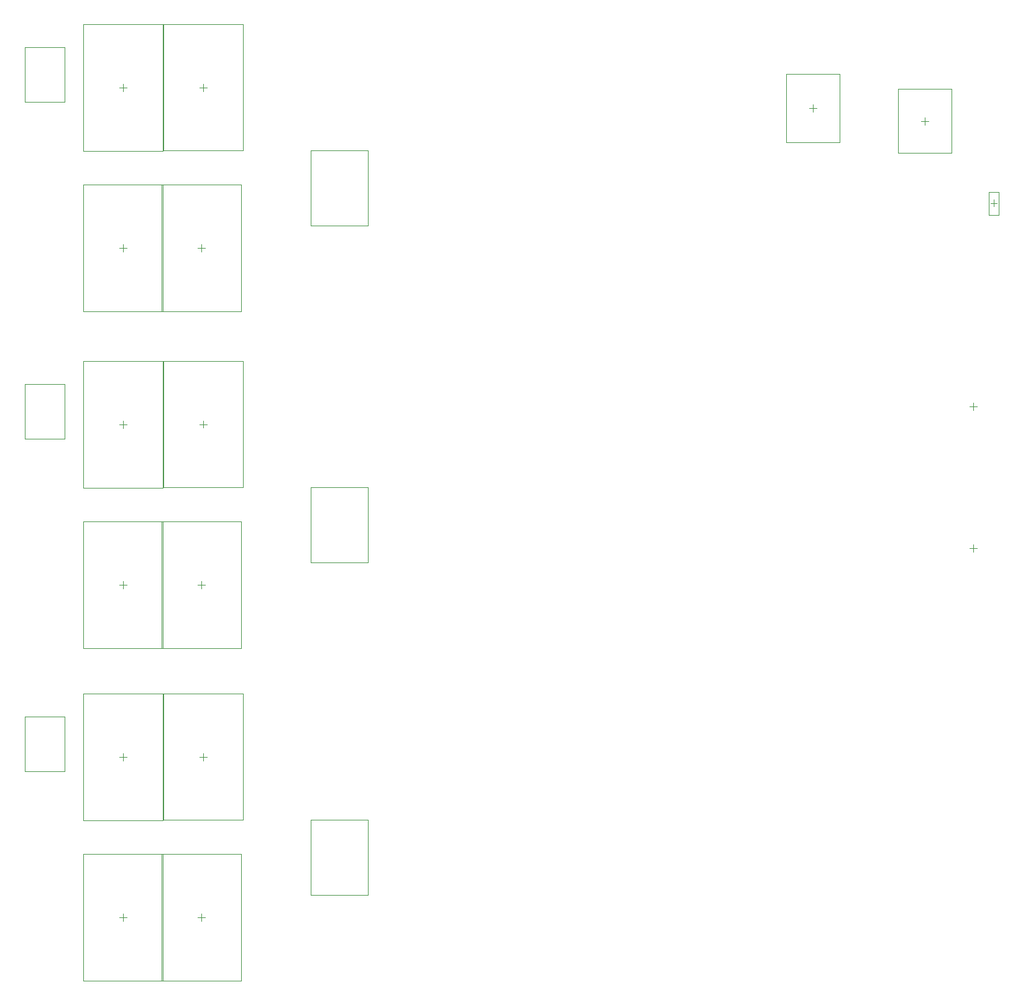
<source format=gbr>
%TF.GenerationSoftware,Altium Limited,Altium Designer,19.1.5 (86)*%
G04 Layer_Color=32768*
%FSLAX26Y26*%
%MOIN*%
%TF.FileFunction,Other,Mechanical_15*%
%TF.Part,Single*%
G01*
G75*
%TA.AperFunction,NonConductor*%
%ADD47C,0.003937*%
%ADD87C,0.001968*%
D47*
X580316Y3937638D02*
X619686D01*
X600000Y3917952D02*
Y3957322D01*
X580316Y4797638D02*
X619686D01*
X600000Y4777952D02*
Y4817322D01*
X1000316Y3937638D02*
X1039686D01*
X1020000Y3917952D02*
Y3957322D01*
X1010316Y4800000D02*
X1049686D01*
X1030000Y4780314D02*
Y4819684D01*
X580316Y2131103D02*
X619686D01*
X600000Y2111417D02*
Y2150787D01*
X580316Y2991103D02*
X619686D01*
X600000Y2971417D02*
Y3010787D01*
X1000316Y2131103D02*
X1039686D01*
X1020000Y2111417D02*
Y2150787D01*
X1010316Y2993465D02*
X1049686D01*
X1030000Y2973779D02*
Y3013149D01*
X600000Y1187952D02*
Y1227322D01*
X580316Y1207638D02*
X619686D01*
X1030000Y1190314D02*
Y1229684D01*
X1010316Y1210000D02*
X1049686D01*
X600000Y327952D02*
Y367322D01*
X580316Y347638D02*
X619686D01*
X1020000Y327952D02*
Y367322D01*
X1000316Y347638D02*
X1039686D01*
X4900000Y4600315D02*
Y4639685D01*
X4880315Y4620000D02*
X4919685D01*
X5244409Y4115000D02*
X5295591D01*
X5244409Y4240039D02*
X5295591D01*
X5244409Y4115000D02*
Y4240039D01*
X5295591Y4115000D02*
Y4240039D01*
X5270000Y4162283D02*
Y4197717D01*
X5252283Y4180000D02*
X5287717D01*
X4280315Y4690000D02*
X4319685D01*
X4300000Y4670315D02*
Y4709685D01*
D87*
X5140315Y2330000D02*
X5179685D01*
X5160000Y2310315D02*
Y2349685D01*
X5140318Y3090000D02*
X5179688D01*
X5160003Y3070315D02*
Y3109685D01*
X71732Y4723346D02*
Y5016654D01*
X288268D01*
Y4723346D02*
Y5016654D01*
X71732Y4723346D02*
X288268D01*
X1605473Y4462756D02*
X1914528D01*
Y4057244D02*
Y4462756D01*
X1605473Y4057244D02*
X1914528D01*
X1605473D02*
Y4462756D01*
X385434Y3598072D02*
Y4277204D01*
X814566Y3598072D02*
Y4277204D01*
X385434Y3598072D02*
X814566D01*
X385434Y4277204D02*
X814566D01*
X385434Y4458072D02*
Y5137204D01*
X814566Y4458072D02*
Y5137204D01*
X385434Y4458072D02*
X814566D01*
X385434Y5137204D02*
X814566D01*
X805434Y3598072D02*
Y4277204D01*
X1234566Y3598072D02*
Y4277204D01*
X805434Y3598072D02*
X1234566D01*
X805434Y4277204D02*
X1234566D01*
X815434Y4460434D02*
Y5139566D01*
X1244566Y4460434D02*
Y5139566D01*
X815434Y4460434D02*
X1244566D01*
X815434Y5139566D02*
X1244566D01*
X71732Y2916811D02*
Y3210118D01*
X288268D01*
Y2916811D02*
Y3210118D01*
X71732Y2916811D02*
X288268D01*
X1605472Y2656220D02*
X1914528D01*
Y2250709D02*
Y2656220D01*
X1605472Y2250709D02*
X1914528D01*
X1605472D02*
Y2656220D01*
X385434Y1791537D02*
Y2470669D01*
X814566Y1791537D02*
Y2470669D01*
X385434Y1791537D02*
X814566D01*
X385434Y2470669D02*
X814566D01*
X385434Y2651537D02*
Y3330669D01*
X814566Y2651537D02*
Y3330669D01*
X385434Y2651537D02*
X814566D01*
X385434Y3330669D02*
X814566D01*
X805434Y1791537D02*
Y2470669D01*
X1234566Y1791537D02*
Y2470669D01*
X805434Y1791537D02*
X1234566D01*
X805434Y2470669D02*
X1234566D01*
X815434Y2653899D02*
Y3333031D01*
X1244566Y2653899D02*
Y3333031D01*
X815434Y2653899D02*
X1244566D01*
X815434Y3333031D02*
X1244566D01*
X71732Y1133347D02*
X288268D01*
Y1426653D01*
X71732D02*
X288268D01*
X71732Y1133347D02*
Y1426653D01*
X385434Y1547204D02*
X814566D01*
X385434Y868072D02*
X814566D01*
Y1547204D01*
X385434Y868072D02*
Y1547204D01*
X815434Y1549566D02*
X1244566D01*
X815434Y870434D02*
X1244566D01*
Y1549566D01*
X815434Y870434D02*
Y1549566D01*
X1605473Y467244D02*
Y872756D01*
Y467244D02*
X1914528D01*
Y872756D01*
X1605473D02*
X1914528D01*
X385434Y687204D02*
X814566D01*
X385434Y8072D02*
X814566D01*
Y687204D01*
X385434Y8072D02*
Y687204D01*
X805434D02*
X1234566D01*
X805434Y8072D02*
X1234566D01*
Y687204D01*
X805434Y8072D02*
Y687204D01*
X4758268Y4791260D02*
X5041732D01*
X4758268Y4448740D02*
X5041732D01*
Y4791260D01*
X4758268Y4448740D02*
Y4791260D01*
X4155315Y4506929D02*
Y4873071D01*
X4444685Y4506929D02*
Y4873071D01*
X4155315D02*
X4444685D01*
X4155315Y4506929D02*
X4444685D01*
%TF.MD5,91b7f8bb1dabb8d93c6d8b6b1acac2cc*%
M02*

</source>
